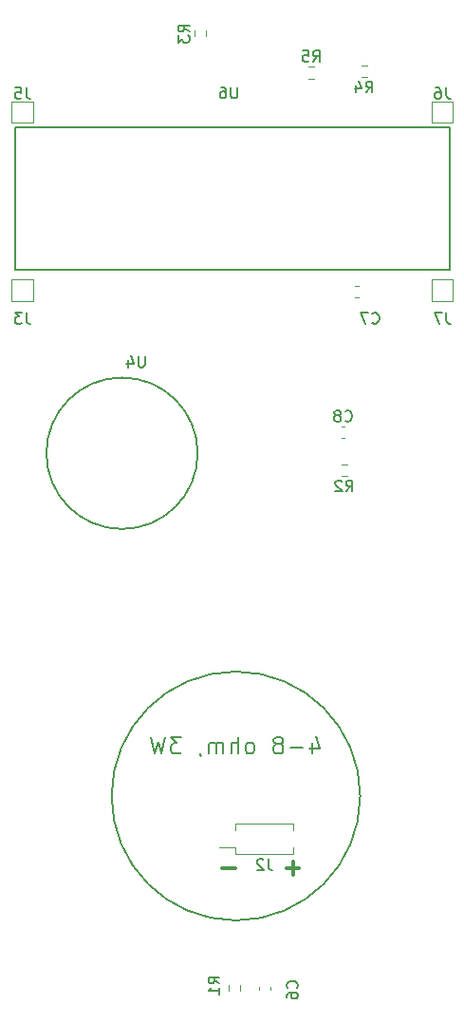
<source format=gbo>
G04 #@! TF.GenerationSoftware,KiCad,Pcbnew,6.0.11+dfsg-1*
G04 #@! TF.CreationDate,2024-11-16T17:33:14+02:00*
G04 #@! TF.ProjectId,lora_tracker,6c6f7261-5f74-4726-9163-6b65722e6b69,rev?*
G04 #@! TF.SameCoordinates,Original*
G04 #@! TF.FileFunction,Legend,Bot*
G04 #@! TF.FilePolarity,Positive*
%FSLAX46Y46*%
G04 Gerber Fmt 4.6, Leading zero omitted, Abs format (unit mm)*
G04 Created by KiCad (PCBNEW 6.0.11+dfsg-1) date 2024-11-16 17:33:14*
%MOMM*%
%LPD*%
G01*
G04 APERTURE LIST*
%ADD10C,0.150000*%
%ADD11C,0.300000*%
%ADD12C,0.200000*%
%ADD13C,0.120000*%
G04 APERTURE END LIST*
D10*
X105069798Y-116205000D02*
G75*
G03*
X105069798Y-116205000I-11089798J0D01*
G01*
D11*
X99631428Y-122662142D02*
X98488571Y-122662142D01*
X99060000Y-123233571D02*
X99060000Y-122090714D01*
X93916428Y-122662142D02*
X92773571Y-122662142D01*
D12*
X100765714Y-111438571D02*
X100765714Y-112438571D01*
X101122857Y-110867142D02*
X101480000Y-111938571D01*
X100551428Y-111938571D01*
X99980000Y-111867142D02*
X98837142Y-111867142D01*
X97908571Y-111581428D02*
X98051428Y-111510000D01*
X98122857Y-111438571D01*
X98194285Y-111295714D01*
X98194285Y-111224285D01*
X98122857Y-111081428D01*
X98051428Y-111010000D01*
X97908571Y-110938571D01*
X97622857Y-110938571D01*
X97480000Y-111010000D01*
X97408571Y-111081428D01*
X97337142Y-111224285D01*
X97337142Y-111295714D01*
X97408571Y-111438571D01*
X97480000Y-111510000D01*
X97622857Y-111581428D01*
X97908571Y-111581428D01*
X98051428Y-111652857D01*
X98122857Y-111724285D01*
X98194285Y-111867142D01*
X98194285Y-112152857D01*
X98122857Y-112295714D01*
X98051428Y-112367142D01*
X97908571Y-112438571D01*
X97622857Y-112438571D01*
X97480000Y-112367142D01*
X97408571Y-112295714D01*
X97337142Y-112152857D01*
X97337142Y-111867142D01*
X97408571Y-111724285D01*
X97480000Y-111652857D01*
X97622857Y-111581428D01*
X95337142Y-112438571D02*
X95480000Y-112367142D01*
X95551428Y-112295714D01*
X95622857Y-112152857D01*
X95622857Y-111724285D01*
X95551428Y-111581428D01*
X95480000Y-111510000D01*
X95337142Y-111438571D01*
X95122857Y-111438571D01*
X94980000Y-111510000D01*
X94908571Y-111581428D01*
X94837142Y-111724285D01*
X94837142Y-112152857D01*
X94908571Y-112295714D01*
X94980000Y-112367142D01*
X95122857Y-112438571D01*
X95337142Y-112438571D01*
X94194285Y-112438571D02*
X94194285Y-110938571D01*
X93551428Y-112438571D02*
X93551428Y-111652857D01*
X93622857Y-111510000D01*
X93765714Y-111438571D01*
X93980000Y-111438571D01*
X94122857Y-111510000D01*
X94194285Y-111581428D01*
X92837142Y-112438571D02*
X92837142Y-111438571D01*
X92837142Y-111581428D02*
X92765714Y-111510000D01*
X92622857Y-111438571D01*
X92408571Y-111438571D01*
X92265714Y-111510000D01*
X92194285Y-111652857D01*
X92194285Y-112438571D01*
X92194285Y-111652857D02*
X92122857Y-111510000D01*
X91980000Y-111438571D01*
X91765714Y-111438571D01*
X91622857Y-111510000D01*
X91551428Y-111652857D01*
X91551428Y-112438571D01*
X90765714Y-112367142D02*
X90765714Y-112438571D01*
X90837142Y-112581428D01*
X90908571Y-112652857D01*
X89122857Y-110938571D02*
X88194285Y-110938571D01*
X88694285Y-111510000D01*
X88480000Y-111510000D01*
X88337142Y-111581428D01*
X88265714Y-111652857D01*
X88194285Y-111795714D01*
X88194285Y-112152857D01*
X88265714Y-112295714D01*
X88337142Y-112367142D01*
X88480000Y-112438571D01*
X88908571Y-112438571D01*
X89051428Y-112367142D01*
X89122857Y-112295714D01*
X87694285Y-110938571D02*
X87337142Y-112438571D01*
X87051428Y-111367142D01*
X86765714Y-112438571D01*
X86408571Y-110938571D01*
D10*
X112728333Y-73112380D02*
X112728333Y-73826666D01*
X112775952Y-73969523D01*
X112871190Y-74064761D01*
X113014047Y-74112380D01*
X113109285Y-74112380D01*
X112347380Y-73112380D02*
X111680714Y-73112380D01*
X112109285Y-74112380D01*
X112728333Y-53049380D02*
X112728333Y-53763666D01*
X112775952Y-53906523D01*
X112871190Y-54001761D01*
X113014047Y-54049380D01*
X113109285Y-54049380D01*
X111823571Y-53049380D02*
X112014047Y-53049380D01*
X112109285Y-53097000D01*
X112156904Y-53144619D01*
X112252142Y-53287476D01*
X112299761Y-53477952D01*
X112299761Y-53858904D01*
X112252142Y-53954142D01*
X112204523Y-54001761D01*
X112109285Y-54049380D01*
X111918809Y-54049380D01*
X111823571Y-54001761D01*
X111775952Y-53954142D01*
X111728333Y-53858904D01*
X111728333Y-53620809D01*
X111775952Y-53525571D01*
X111823571Y-53477952D01*
X111918809Y-53430333D01*
X112109285Y-53430333D01*
X112204523Y-53477952D01*
X112252142Y-53525571D01*
X112299761Y-53620809D01*
X75263333Y-53049380D02*
X75263333Y-53763666D01*
X75310952Y-53906523D01*
X75406190Y-54001761D01*
X75549047Y-54049380D01*
X75644285Y-54049380D01*
X74310952Y-53049380D02*
X74787142Y-53049380D01*
X74834761Y-53525571D01*
X74787142Y-53477952D01*
X74691904Y-53430333D01*
X74453809Y-53430333D01*
X74358571Y-53477952D01*
X74310952Y-53525571D01*
X74263333Y-53620809D01*
X74263333Y-53858904D01*
X74310952Y-53954142D01*
X74358571Y-54001761D01*
X74453809Y-54049380D01*
X74691904Y-54049380D01*
X74787142Y-54001761D01*
X74834761Y-53954142D01*
X75263333Y-73112380D02*
X75263333Y-73826666D01*
X75310952Y-73969523D01*
X75406190Y-74064761D01*
X75549047Y-74112380D01*
X75644285Y-74112380D01*
X74882380Y-73112380D02*
X74263333Y-73112380D01*
X74596666Y-73493333D01*
X74453809Y-73493333D01*
X74358571Y-73540952D01*
X74310952Y-73588571D01*
X74263333Y-73683809D01*
X74263333Y-73921904D01*
X74310952Y-74017142D01*
X74358571Y-74064761D01*
X74453809Y-74112380D01*
X74739523Y-74112380D01*
X74834761Y-74064761D01*
X74882380Y-74017142D01*
X99417142Y-133329600D02*
X99464761Y-133281981D01*
X99512380Y-133139124D01*
X99512380Y-133043886D01*
X99464761Y-132901028D01*
X99369523Y-132805790D01*
X99274285Y-132758171D01*
X99083809Y-132710552D01*
X98940952Y-132710552D01*
X98750476Y-132758171D01*
X98655238Y-132805790D01*
X98560000Y-132901028D01*
X98512380Y-133043886D01*
X98512380Y-133139124D01*
X98560000Y-133281981D01*
X98607619Y-133329600D01*
X98512380Y-134186743D02*
X98512380Y-133996267D01*
X98560000Y-133901028D01*
X98607619Y-133853409D01*
X98750476Y-133758171D01*
X98940952Y-133710552D01*
X99321904Y-133710552D01*
X99417142Y-133758171D01*
X99464761Y-133805790D01*
X99512380Y-133901028D01*
X99512380Y-134091505D01*
X99464761Y-134186743D01*
X99417142Y-134234362D01*
X99321904Y-134281981D01*
X99083809Y-134281981D01*
X98988571Y-134234362D01*
X98940952Y-134186743D01*
X98893333Y-134091505D01*
X98893333Y-133901028D01*
X98940952Y-133805790D01*
X98988571Y-133758171D01*
X99083809Y-133710552D01*
X94106904Y-53014880D02*
X94106904Y-53824404D01*
X94059285Y-53919642D01*
X94011666Y-53967261D01*
X93916428Y-54014880D01*
X93725952Y-54014880D01*
X93630714Y-53967261D01*
X93583095Y-53919642D01*
X93535476Y-53824404D01*
X93535476Y-53014880D01*
X92630714Y-53014880D02*
X92821190Y-53014880D01*
X92916428Y-53062500D01*
X92964047Y-53110119D01*
X93059285Y-53252976D01*
X93106904Y-53443452D01*
X93106904Y-53824404D01*
X93059285Y-53919642D01*
X93011666Y-53967261D01*
X92916428Y-54014880D01*
X92725952Y-54014880D01*
X92630714Y-53967261D01*
X92583095Y-53919642D01*
X92535476Y-53824404D01*
X92535476Y-53586309D01*
X92583095Y-53491071D01*
X92630714Y-53443452D01*
X92725952Y-53395833D01*
X92916428Y-53395833D01*
X93011666Y-53443452D01*
X93059285Y-53491071D01*
X93106904Y-53586309D01*
X92527380Y-132928609D02*
X92051190Y-132595276D01*
X92527380Y-132357180D02*
X91527380Y-132357180D01*
X91527380Y-132738133D01*
X91575000Y-132833371D01*
X91622619Y-132880990D01*
X91717857Y-132928609D01*
X91860714Y-132928609D01*
X91955952Y-132880990D01*
X92003571Y-132833371D01*
X92051190Y-132738133D01*
X92051190Y-132357180D01*
X92527380Y-133880990D02*
X92527380Y-133309561D01*
X92527380Y-133595276D02*
X91527380Y-133595276D01*
X91670238Y-133500037D01*
X91765476Y-133404799D01*
X91813095Y-133309561D01*
X103809166Y-89067380D02*
X104142500Y-88591190D01*
X104380595Y-89067380D02*
X104380595Y-88067380D01*
X103999642Y-88067380D01*
X103904404Y-88115000D01*
X103856785Y-88162619D01*
X103809166Y-88257857D01*
X103809166Y-88400714D01*
X103856785Y-88495952D01*
X103904404Y-88543571D01*
X103999642Y-88591190D01*
X104380595Y-88591190D01*
X103428214Y-88162619D02*
X103380595Y-88115000D01*
X103285357Y-88067380D01*
X103047261Y-88067380D01*
X102952023Y-88115000D01*
X102904404Y-88162619D01*
X102856785Y-88257857D01*
X102856785Y-88353095D01*
X102904404Y-88495952D01*
X103475833Y-89067380D01*
X102856785Y-89067380D01*
X106141666Y-74017142D02*
X106189285Y-74064761D01*
X106332142Y-74112380D01*
X106427380Y-74112380D01*
X106570238Y-74064761D01*
X106665476Y-73969523D01*
X106713095Y-73874285D01*
X106760714Y-73683809D01*
X106760714Y-73540952D01*
X106713095Y-73350476D01*
X106665476Y-73255238D01*
X106570238Y-73160000D01*
X106427380Y-73112380D01*
X106332142Y-73112380D01*
X106189285Y-73160000D01*
X106141666Y-73207619D01*
X105808333Y-73112380D02*
X105141666Y-73112380D01*
X105570238Y-74112380D01*
X85851904Y-76990803D02*
X85851904Y-77800327D01*
X85804285Y-77895565D01*
X85756666Y-77943184D01*
X85661428Y-77990803D01*
X85470952Y-77990803D01*
X85375714Y-77943184D01*
X85328095Y-77895565D01*
X85280476Y-77800327D01*
X85280476Y-76990803D01*
X84375714Y-77324137D02*
X84375714Y-77990803D01*
X84613809Y-76943184D02*
X84851904Y-77657470D01*
X84232857Y-77657470D01*
X103715433Y-82747142D02*
X103763052Y-82794761D01*
X103905909Y-82842380D01*
X104001147Y-82842380D01*
X104144005Y-82794761D01*
X104239243Y-82699523D01*
X104286862Y-82604285D01*
X104334481Y-82413809D01*
X104334481Y-82270952D01*
X104286862Y-82080476D01*
X104239243Y-81985238D01*
X104144005Y-81890000D01*
X104001147Y-81842380D01*
X103905909Y-81842380D01*
X103763052Y-81890000D01*
X103715433Y-81937619D01*
X103144005Y-82270952D02*
X103239243Y-82223333D01*
X103286862Y-82175714D01*
X103334481Y-82080476D01*
X103334481Y-82032857D01*
X103286862Y-81937619D01*
X103239243Y-81890000D01*
X103144005Y-81842380D01*
X102953528Y-81842380D01*
X102858290Y-81890000D01*
X102810671Y-81937619D01*
X102763052Y-82032857D01*
X102763052Y-82080476D01*
X102810671Y-82175714D01*
X102858290Y-82223333D01*
X102953528Y-82270952D01*
X103144005Y-82270952D01*
X103239243Y-82318571D01*
X103286862Y-82366190D01*
X103334481Y-82461428D01*
X103334481Y-82651904D01*
X103286862Y-82747142D01*
X103239243Y-82794761D01*
X103144005Y-82842380D01*
X102953528Y-82842380D01*
X102858290Y-82794761D01*
X102810671Y-82747142D01*
X102763052Y-82651904D01*
X102763052Y-82461428D01*
X102810671Y-82366190D01*
X102858290Y-82318571D01*
X102953528Y-82270952D01*
X96853333Y-121797380D02*
X96853333Y-122511666D01*
X96900952Y-122654523D01*
X96996190Y-122749761D01*
X97139047Y-122797380D01*
X97234285Y-122797380D01*
X96424761Y-121892619D02*
X96377142Y-121845000D01*
X96281904Y-121797380D01*
X96043809Y-121797380D01*
X95948571Y-121845000D01*
X95900952Y-121892619D01*
X95853333Y-121987857D01*
X95853333Y-122083095D01*
X95900952Y-122225952D01*
X96472380Y-122797380D01*
X95853333Y-122797380D01*
X100854166Y-50757380D02*
X101187500Y-50281190D01*
X101425595Y-50757380D02*
X101425595Y-49757380D01*
X101044642Y-49757380D01*
X100949404Y-49805000D01*
X100901785Y-49852619D01*
X100854166Y-49947857D01*
X100854166Y-50090714D01*
X100901785Y-50185952D01*
X100949404Y-50233571D01*
X101044642Y-50281190D01*
X101425595Y-50281190D01*
X99949404Y-49757380D02*
X100425595Y-49757380D01*
X100473214Y-50233571D01*
X100425595Y-50185952D01*
X100330357Y-50138333D01*
X100092261Y-50138333D01*
X99997023Y-50185952D01*
X99949404Y-50233571D01*
X99901785Y-50328809D01*
X99901785Y-50566904D01*
X99949404Y-50662142D01*
X99997023Y-50709761D01*
X100092261Y-50757380D01*
X100330357Y-50757380D01*
X100425595Y-50709761D01*
X100473214Y-50662142D01*
X105576666Y-53507380D02*
X105910000Y-53031190D01*
X106148095Y-53507380D02*
X106148095Y-52507380D01*
X105767142Y-52507380D01*
X105671904Y-52555000D01*
X105624285Y-52602619D01*
X105576666Y-52697857D01*
X105576666Y-52840714D01*
X105624285Y-52935952D01*
X105671904Y-52983571D01*
X105767142Y-53031190D01*
X106148095Y-53031190D01*
X104719523Y-52840714D02*
X104719523Y-53507380D01*
X104957619Y-52459761D02*
X105195714Y-53174047D01*
X104576666Y-53174047D01*
X89827380Y-48093333D02*
X89351190Y-47760000D01*
X89827380Y-47521904D02*
X88827380Y-47521904D01*
X88827380Y-47902857D01*
X88875000Y-47998095D01*
X88922619Y-48045714D01*
X89017857Y-48093333D01*
X89160714Y-48093333D01*
X89255952Y-48045714D01*
X89303571Y-47998095D01*
X89351190Y-47902857D01*
X89351190Y-47521904D01*
X88827380Y-48426666D02*
X88827380Y-49045714D01*
X89208333Y-48712380D01*
X89208333Y-48855238D01*
X89255952Y-48950476D01*
X89303571Y-48998095D01*
X89398809Y-49045714D01*
X89636904Y-49045714D01*
X89732142Y-48998095D01*
X89779761Y-48950476D01*
X89827380Y-48855238D01*
X89827380Y-48569523D01*
X89779761Y-48474285D01*
X89732142Y-48426666D01*
D13*
X113345000Y-70170000D02*
X111445000Y-70170000D01*
X113345000Y-72070000D02*
X113345000Y-70170000D01*
X111445000Y-72070000D02*
X113345000Y-72070000D01*
X111445000Y-70170000D02*
X111445000Y-72070000D01*
X113345000Y-54295000D02*
X111445000Y-54295000D01*
X113345000Y-56195000D02*
X113345000Y-54295000D01*
X111445000Y-56195000D02*
X113345000Y-56195000D01*
X111445000Y-54295000D02*
X111445000Y-56195000D01*
X75880000Y-54295000D02*
X73980000Y-54295000D01*
X75880000Y-56195000D02*
X75880000Y-54295000D01*
X73980000Y-56195000D02*
X75880000Y-56195000D01*
X73980000Y-54295000D02*
X73980000Y-56195000D01*
X75880000Y-70170000D02*
X73980000Y-70170000D01*
X75880000Y-72070000D02*
X75880000Y-70170000D01*
X73980000Y-72070000D02*
X75880000Y-72070000D01*
X73980000Y-70170000D02*
X73980000Y-72070000D01*
X96010000Y-133203733D02*
X96010000Y-133496267D01*
X97030000Y-133203733D02*
X97030000Y-133496267D01*
D10*
X113030000Y-56602500D02*
X74295000Y-56602500D01*
X74295000Y-56602500D02*
X74295000Y-69302500D01*
X74295000Y-69302500D02*
X113030000Y-69302500D01*
X113030000Y-69302500D02*
X113030000Y-56602500D01*
D13*
X94387500Y-133095276D02*
X94387500Y-133604724D01*
X93342500Y-133095276D02*
X93342500Y-133604724D01*
X103387776Y-87707500D02*
X103897224Y-87707500D01*
X103387776Y-86662500D02*
X103897224Y-86662500D01*
X104921267Y-70750000D02*
X104628733Y-70750000D01*
X104921267Y-71770000D02*
X104628733Y-71770000D01*
D10*
X90570000Y-85658423D02*
G75*
G03*
X90570000Y-85658423I-6750000J0D01*
G01*
D13*
X103695034Y-84330000D02*
X103402500Y-84330000D01*
X103695034Y-83310000D02*
X103402500Y-83310000D01*
X93920000Y-119255000D02*
X93920000Y-118685000D01*
X99120000Y-121345000D02*
X99120000Y-120775000D01*
X93920000Y-118685000D02*
X99120000Y-118685000D01*
X93920000Y-121345000D02*
X99120000Y-121345000D01*
X92480000Y-120775000D02*
X93920000Y-120775000D01*
X99120000Y-119255000D02*
X99120000Y-118685000D01*
X93920000Y-121345000D02*
X93920000Y-120775000D01*
X100942224Y-52257500D02*
X100432776Y-52257500D01*
X100942224Y-51212500D02*
X100432776Y-51212500D01*
X105155276Y-51102500D02*
X105664724Y-51102500D01*
X105155276Y-52147500D02*
X105664724Y-52147500D01*
X90282500Y-48005276D02*
X90282500Y-48514724D01*
X91327500Y-48005276D02*
X91327500Y-48514724D01*
M02*

</source>
